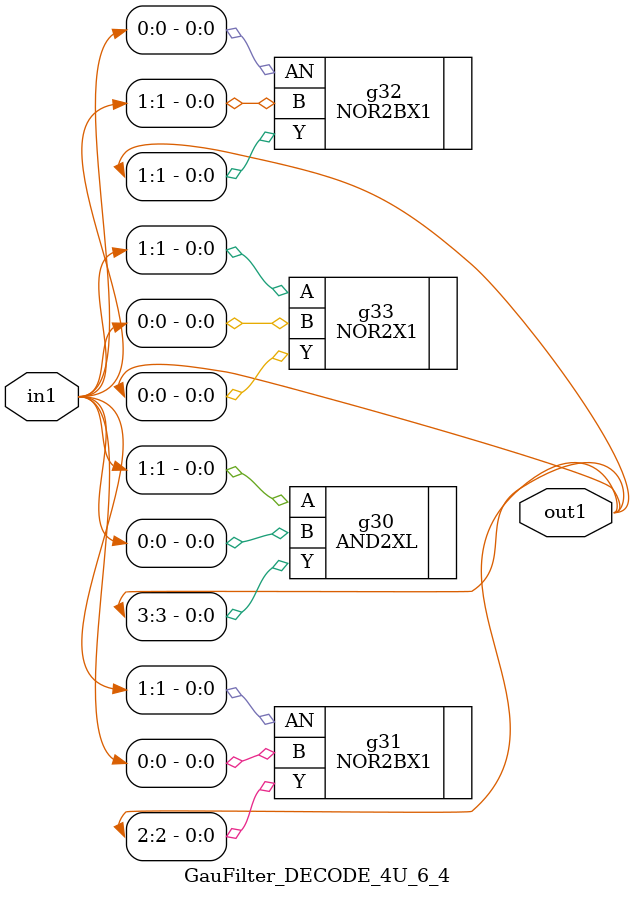
<source format=v>
`timescale 1ps / 1ps


module GauFilter_DECODE_4U_6_4(in1, out1);
  input [1:0] in1;
  output [3:0] out1;
  wire [1:0] in1;
  wire [3:0] out1;
  AND2XL g30(.A (in1[1]), .B (in1[0]), .Y (out1[3]));
  NOR2BX1 g31(.AN (in1[1]), .B (in1[0]), .Y (out1[2]));
  NOR2BX1 g32(.AN (in1[0]), .B (in1[1]), .Y (out1[1]));
  NOR2X1 g33(.A (in1[1]), .B (in1[0]), .Y (out1[0]));
endmodule



</source>
